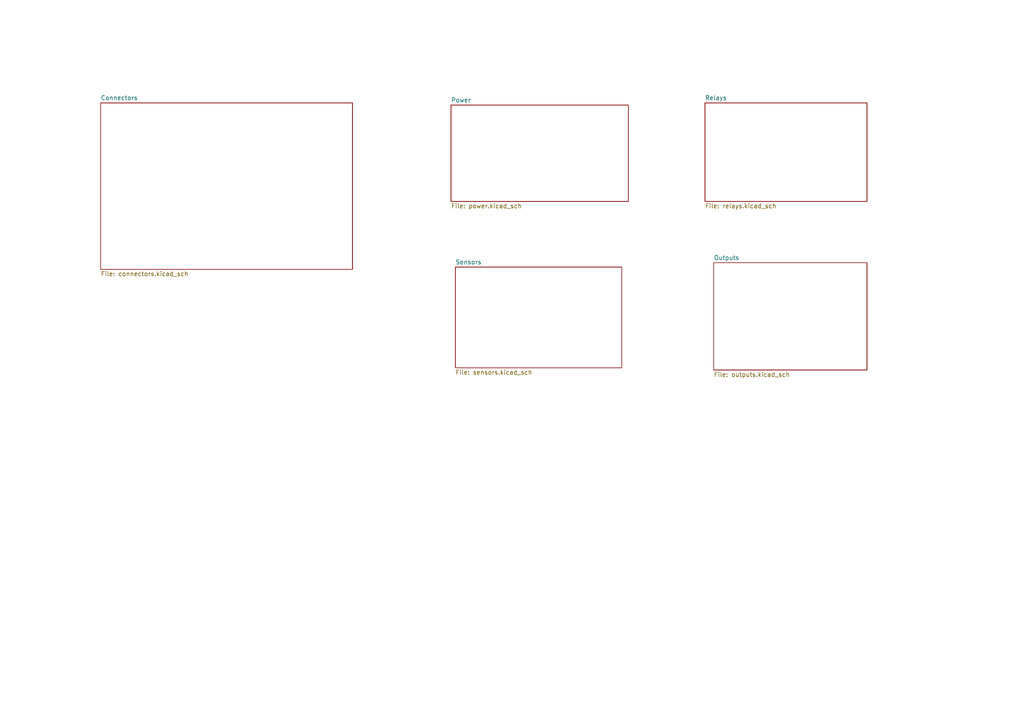
<source format=kicad_sch>
(kicad_sch
	(version 20231120)
	(generator "eeschema")
	(generator_version "8.0")
	(uuid "dea08218-351b-4b2b-ab50-f60349a3e49f")
	(paper "A4")
	(lib_symbols)
	(sheet
		(at 132.08 77.47)
		(size 48.26 29.21)
		(fields_autoplaced yes)
		(stroke
			(width 0.1524)
			(type solid)
		)
		(fill
			(color 0 0 0 0.0000)
		)
		(uuid "07657bff-6ffd-408a-b8da-7c62a84f1354")
		(property "Sheetname" "Sensors"
			(at 132.08 76.7584 0)
			(effects
				(font
					(size 1.27 1.27)
				)
				(justify left bottom)
			)
		)
		(property "Sheetfile" "sensors.kicad_sch"
			(at 132.08 107.2646 0)
			(effects
				(font
					(size 1.27 1.27)
				)
				(justify left top)
			)
		)
		(instances
			(project "ctahr_board"
				(path "/dea08218-351b-4b2b-ab50-f60349a3e49f"
					(page "5")
				)
			)
		)
	)
	(sheet
		(at 130.81 30.48)
		(size 51.435 27.94)
		(fields_autoplaced yes)
		(stroke
			(width 0.1524)
			(type solid)
		)
		(fill
			(color 0 0 0 0.0000)
		)
		(uuid "486f9892-63c8-42a4-9b8e-7742248a050b")
		(property "Sheetname" "Power"
			(at 130.81 29.7684 0)
			(effects
				(font
					(size 1.27 1.27)
				)
				(justify left bottom)
			)
		)
		(property "Sheetfile" "power.kicad_sch"
			(at 130.81 59.0046 0)
			(effects
				(font
					(size 1.27 1.27)
				)
				(justify left top)
			)
		)
		(instances
			(project "ctahr_board"
				(path "/dea08218-351b-4b2b-ab50-f60349a3e49f"
					(page "3")
				)
			)
		)
	)
	(sheet
		(at 207.01 76.2)
		(size 44.45 31.115)
		(fields_autoplaced yes)
		(stroke
			(width 0.1524)
			(type solid)
		)
		(fill
			(color 0 0 0 0.0000)
		)
		(uuid "8c249c2b-c27e-445f-b0a1-5d3b2589c1e4")
		(property "Sheetname" "Outputs"
			(at 207.01 75.4884 0)
			(effects
				(font
					(size 1.27 1.27)
				)
				(justify left bottom)
			)
		)
		(property "Sheetfile" "outputs.kicad_sch"
			(at 207.01 107.8996 0)
			(effects
				(font
					(size 1.27 1.27)
				)
				(justify left top)
			)
		)
		(instances
			(project "ctahr_board"
				(path "/dea08218-351b-4b2b-ab50-f60349a3e49f"
					(page "6")
				)
			)
		)
	)
	(sheet
		(at 29.21 29.845)
		(size 73.025 48.26)
		(fields_autoplaced yes)
		(stroke
			(width 0.1524)
			(type solid)
		)
		(fill
			(color 0 0 0 0.0000)
		)
		(uuid "ec8e726a-94a6-4011-a5bd-9e0cc5d57e5c")
		(property "Sheetname" "Connectors"
			(at 29.21 29.1334 0)
			(effects
				(font
					(size 1.27 1.27)
				)
				(justify left bottom)
			)
		)
		(property "Sheetfile" "connectors.kicad_sch"
			(at 29.21 78.6896 0)
			(effects
				(font
					(size 1.27 1.27)
				)
				(justify left top)
			)
		)
		(instances
			(project "ctahr_board"
				(path "/dea08218-351b-4b2b-ab50-f60349a3e49f"
					(page "2")
				)
			)
		)
	)
	(sheet
		(at 204.47 29.845)
		(size 46.99 28.575)
		(fields_autoplaced yes)
		(stroke
			(width 0.1524)
			(type solid)
		)
		(fill
			(color 0 0 0 0.0000)
		)
		(uuid "fd37ae08-3ac7-486c-9875-bbdb98c8ae1b")
		(property "Sheetname" "Relays"
			(at 204.47 29.1334 0)
			(effects
				(font
					(size 1.27 1.27)
				)
				(justify left bottom)
			)
		)
		(property "Sheetfile" "relays.kicad_sch"
			(at 204.47 59.0046 0)
			(effects
				(font
					(size 1.27 1.27)
				)
				(justify left top)
			)
		)
		(instances
			(project "ctahr_board"
				(path "/dea08218-351b-4b2b-ab50-f60349a3e49f"
					(page "4")
				)
			)
		)
	)
	(sheet_instances
		(path "/"
			(page "1")
		)
	)
)

</source>
